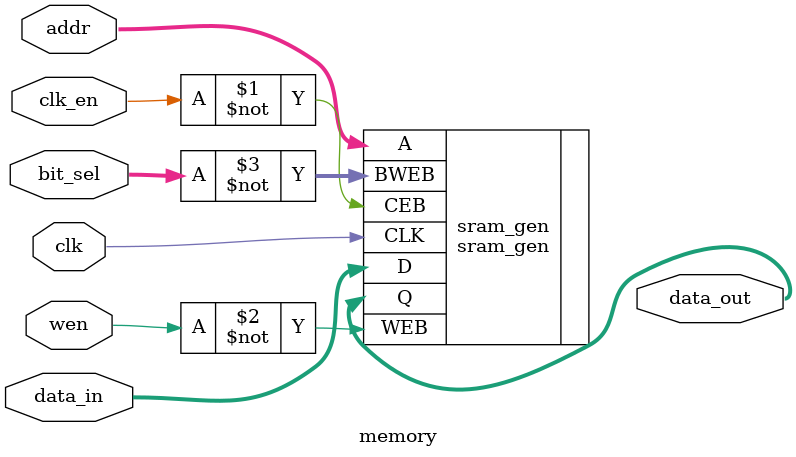
<source format=sv>

module memory #(
    parameter DATA_WIDTH=64,
    parameter ADDR_WIDTH=14
)
(
    clk,
    clk_en,
    data_in,
    bit_sel,
    data_out,
    wen,
    addr
);

input wire                  clk;
input wire                  clk_en;
input wire                  wen;
input wire[DATA_WIDTH-1:0]  data_in;
input wire[DATA_WIDTH-1:0]  bit_sel;
input wire[ADDR_WIDTH-1:0]  addr;

output wire[DATA_WIDTH-1:0]      data_out;

sram_gen #(
    .DATA_WIDTH(DATA_WIDTH),
    .ADDR_WIDTH(ADDR_WIDTH)
)
sram_gen (
    .Q(data_out),
    .CLK(clk),
    .CEB(~clk_en), 
    .WEB(~wen), 
    .BWEB(~bit_sel), 
    .A(addr), 
    .D(data_in)
);


endmodule

</source>
